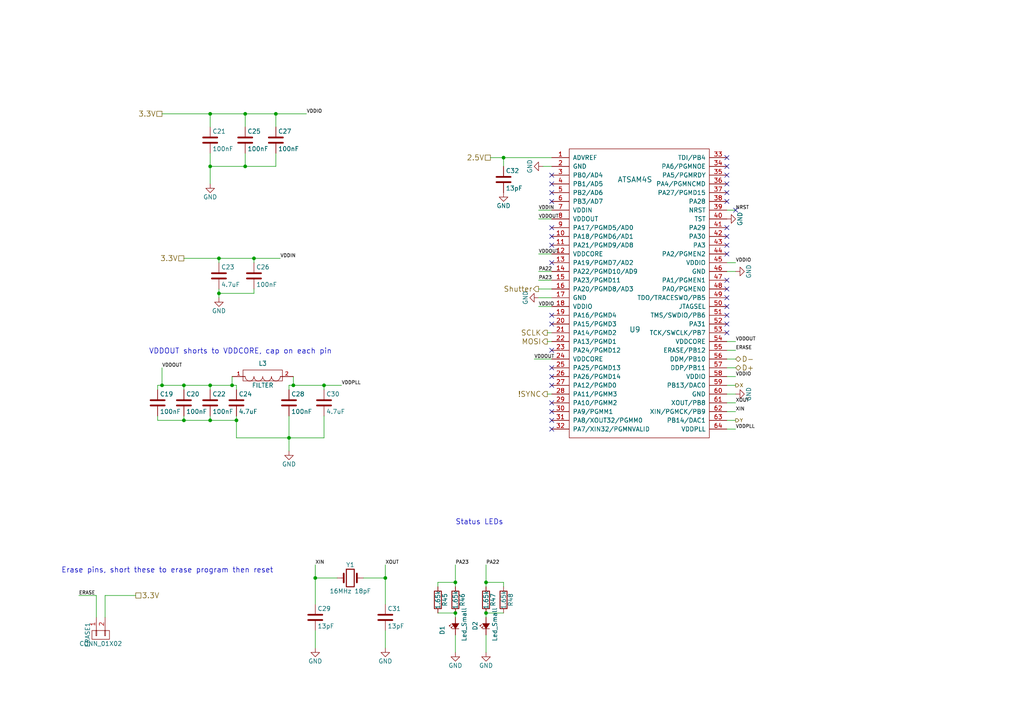
<source format=kicad_sch>
(kicad_sch (version 20231120) (generator "eeschema") (generator_version "8.0")
  (paper "A4")
  (title_block (title "Microcontroller ") (rev "A"))
  (lib_symbols
    (symbol "Helios-rescue:C" (pin_numbers hide) (pin_names (offset 0.254))
      (property "Reference" "C" (at 0.635 2.54 0))
      (property "Value" "C" (at 0.635 -2.54 0))
      (symbol "C_0_1"
        (polyline (pts (xy -2.032 -0.762) (xy 2.032 -0.762)) (stroke (width 0.508)))
        (polyline (pts (xy -2.032 0.762) (xy 2.032 0.762)) (stroke (width 0.508)))
      )
      (symbol "C_1_1"
        (pin passive line (at 0 3.81 270) (length 2.794) (name "~") (number "1"))
        (pin passive line (at 0 -3.81 90) (length 2.794) (name "~") (number "2"))
      )
    )
    (symbol "Helios-rescue:CONN_01X02" (pin_names (offset 1.016) hide)
      (property "Reference" "P" (at 0 3.81 0))
      (property "Value" "CONN_01X02" (at 2.54 0 90))
      (symbol "CONN_01X02_0_1"
        (rectangle (start -1.27 -1.143) (end 0.254 -1.397))
        (rectangle (start -1.27 1.397) (end 0.254 1.143))
        (rectangle (start -1.27 2.54) (end 1.27 -2.54))
      )
      (symbol "CONN_01X02_1_1"
        (pin passive line (at -5.08 1.27 0) (length 3.81) (name "P1") (number "1"))
        (pin passive line (at -5.08 -1.27 0) (length 3.81) (name "P2") (number "2"))
      )
    )
    (symbol "Helios-rescue:Crystal" (pin_numbers hide) (pin_names (offset 1.016) hide)
      (property "Reference" "Y" (at 0 3.81 0))
      (property "Value" "Crystal" (at 0 -3.81 0))
      (symbol "Crystal_0_1"
        (rectangle (start -1.143 2.54) (end 1.143 -2.54) (stroke (width 0.3048)))
        (polyline (pts (xy -2.54 0) (xy -1.905 0)))
        (polyline (pts (xy -1.905 -1.27) (xy -1.905 1.27)) (stroke (width 0.508)))
        (polyline (pts (xy 1.905 -1.27) (xy 1.905 1.27)) (stroke (width 0.508)))
        (polyline (pts (xy 2.54 0) (xy 1.905 0)))
      )
      (symbol "Crystal_1_1"
        (pin passive line (at -3.81 0 0) (length 1.27) (name "1") (number "1"))
        (pin passive line (at 3.81 0 180) (length 1.27) (name "2") (number "2"))
      )
    )
    (symbol "Helios-rescue:FILTER" (pin_names (offset 1.016) hide)
      (property "Reference" "FB" (at 0 3.81 0))
      (property "Value" "FILTER" (at 0 -2.54 0))
      (symbol "FILTER_0_1"
        (rectangle (start -5.715 1.905) (end 5.715 -1.27))
        (arc (start -5.08 0) (mid -3.81 -1.27) (end -2.54 0))
        (arc (start -2.54 0) (mid -1.27 -1.27) (end 0 0))
        (arc (start 0 0) (mid 0 0) (end 0 0))
        (arc (start 0 0) (mid 1.27 -1.27) (end 2.54 0))
        (arc (start 2.54 0) (mid 3.81 -1.27) (end 5.08 0))
      )
      (symbol "FILTER_1_1"
        (pin passive line (at -8.89 0 0) (length 3.81) (name "1") (number "1"))
        (pin passive line (at 8.89 0 180) (length 3.81) (name "2") (number "2"))
      )
    )
    (symbol "Helios-rescue:GND" (power) (pin_names (offset 0))
      (property "Value" "GND" (at 0 -3.81 0))
      (symbol "GND_0_1"
        (polyline (pts (xy 0 0) (xy 0 -1.27) (xy 1.27 -1.27) (xy 0 -2.54) (xy -1.27 -1.27) (xy 0 -1.27)))
      )
      (symbol "GND_1_1"
        (pin power_in line (at 0 0 270) (length 0) hide (name "GND") (number "1"))
      )
    )
    (symbol "Helios-rescue:Led_Small" (pin_numbers hide) (pin_names (offset 0.254) hide)
      (property "Reference" "D" (at -1.27 3.175 0))
      (property "Value" "Led_Small" (at -4.445 -2.54 0))
      (symbol "Led_Small_0_1"
        (polyline (pts (xy -0.762 -1.016) (xy -0.762 1.016)))
        (polyline (pts (xy 0.762 -1.016) (xy -0.762 0) (xy 0.762 1.016) (xy 0.762 -1.016)) (fill (type outline)))
        (polyline (pts (xy 0 0.762) (xy -0.508 1.27) (xy -0.254 1.27) (xy -0.508 1.27) (xy -0.508 1.016)))
        (polyline (pts (xy 0.508 1.27) (xy 0 1.778) (xy 0.254 1.778) (xy 0 1.778) (xy 0 1.524)))
      )
      (symbol "Led_Small_1_1"
        (pin passive line (at -2.54 0 0) (length 1.778) (name "K") (number "1"))
        (pin passive line (at 2.54 0 180) (length 1.778) (name "A") (number "2"))
      )
    )
    (symbol "Helios-rescue:R" (pin_numbers hide) (pin_names (offset 0))
      (property "Reference" "R" (at 2.032 0 90))
      (property "Value" "R" (at 0 0 90))
      (symbol "R_0_1"
        (rectangle (start -1.016 -2.54) (end 1.016 2.54) (stroke (width 0.254)))
      )
      (symbol "R_1_1"
        (pin passive line (at 0 3.81 270) (length 1.27) (name "~") (number "1"))
        (pin passive line (at 0 -3.81 90) (length 1.27) (name "~") (number "2"))
      )
    )
    (symbol "Personal-library:ATSAM4S" (pin_names (offset 1.016))
      (property "Reference" "U" (at 0 -33.3502 0))
      (property "Value" "ATSAM4S" (at 0 10.16 0))
      (symbol "ATSAM4S_0_1"
        (rectangle (start -19.05 19.05) (end 21.59 -64.77))
      )
      (symbol "ATSAM4S_1_1"
        (pin input line (at -24.13 16.51 0) (length 5.08) (name "ADVREF") (number "1"))
        (pin input line (at -24.13 -6.35 0) (length 5.08) (name "PA18/PGMD6/AD1") (number "10"))
        (pin input line (at -24.13 -8.89 0) (length 5.08) (name "PA21/PGMD9/AD8") (number "11"))
        (pin input line (at -24.13 -11.43 0) (length 5.08) (name "VDDCORE") (number "12"))
        (pin input line (at -24.13 -13.97 0) (length 5.08) (name "PA19/PGMD7/AD2") (number "13"))
        (pin input line (at -24.13 -16.51 0) (length 5.08) (name "PA22/PGMD10/AD9") (number "14"))
        (pin input line (at -24.13 -19.05 0) (length 5.08) (name "PA23/PGMD11") (number "15"))
        (pin passive line (at -24.13 -21.59 0) (length 5.08) (name "PA20/PGMD8/AD3") (number "16"))
        (pin input line (at -24.13 -24.13 0) (length 5.08) (name "GND") (number "17"))
        (pin input line (at -24.13 -26.67 0) (length 5.08) (name "VDDIO") (number "18"))
        (pin input line (at -24.13 -29.21 0) (length 5.08) (name "PA16/PGMD4") (number "19"))
        (pin input line (at -24.13 13.97 0) (length 5.08) (name "GND") (number "2"))
        (pin input line (at -24.13 -31.75 0) (length 5.08) (name "PA15/PGMD3") (number "20"))
        (pin passive line (at -24.13 -34.29 0) (length 5.08) (name "PA14/PGMD2") (number "21"))
        (pin passive line (at -24.13 -36.83 0) (length 5.08) (name "PA13/PGMD1") (number "22"))
        (pin input line (at -24.13 -39.37 0) (length 5.08) (name "PA24/PGMD12") (number "23"))
        (pin input line (at -24.13 -41.91 0) (length 5.08) (name "VDDCORE") (number "24"))
        (pin input line (at -24.13 -44.45 0) (length 5.08) (name "PA25/PGMD13") (number "25"))
        (pin passive line (at -24.13 -46.99 0) (length 5.08) (name "PA26/PGMD14") (number "26"))
        (pin passive line (at -24.13 -49.53 0) (length 5.08) (name "PA12/PGMD0") (number "27"))
        (pin passive line (at -24.13 -52.07 0) (length 5.08) (name "PA11/PGMM3") (number "28"))
        (pin input line (at -24.13 -54.61 0) (length 5.08) (name "PA10/PGMM2") (number "29"))
        (pin input line (at -24.13 11.43 0) (length 5.08) (name "PB0/AD4") (number "3"))
        (pin input line (at -24.13 -57.15 0) (length 5.08) (name "PA9/PGMM1") (number "30"))
        (pin input line (at -24.13 -59.69 0) (length 5.08) (name "PA8/XOUT32/PGMM0") (number "31"))
        (pin input line (at -24.13 -62.23 0) (length 5.08) (name "PA7/XIN32/PGMNVALID") (number "32"))
        (pin input line (at 26.67 16.51 180) (length 5.08) (name "TDI/PB4") (number "33"))
        (pin input line (at 26.67 13.97 180) (length 5.08) (name "PA6/PGMNOE") (number "34"))
        (pin input line (at 26.67 11.43 180) (length 5.08) (name "PA5/PGMRDY") (number "35"))
        (pin input line (at 26.67 8.89 180) (length 5.08) (name "PA4/PGMNCMD") (number "36"))
        (pin input line (at 26.67 6.35 180) (length 5.08) (name "PA27/PGMD15") (number "37"))
        (pin input line (at 26.67 3.81 180) (length 5.08) (name "PA28") (number "38"))
        (pin input line (at 26.67 1.27 180) (length 5.08) (name "NRST") (number "39"))
        (pin input line (at -24.13 8.89 0) (length 5.08) (name "PB1/AD5") (number "4"))
        (pin input line (at 26.67 -1.27 180) (length 5.08) (name "TST") (number "40"))
        (pin input line (at 26.67 -3.81 180) (length 5.08) (name "PA29") (number "41"))
        (pin input line (at 26.67 -6.35 180) (length 5.08) (name "PA30") (number "42"))
        (pin input line (at 26.67 -8.89 180) (length 5.08) (name "PA3") (number "43"))
        (pin input line (at 26.67 -11.43 180) (length 5.08) (name "PA2/PGMEN2") (number "44"))
        (pin input line (at 26.67 -13.97 180) (length 5.08) (name "VDDIO") (number "45"))
        (pin input line (at 26.67 -16.51 180) (length 5.08) (name "GND") (number "46"))
        (pin input line (at 26.67 -19.05 180) (length 5.08) (name "PA1/PGMEN1") (number "47"))
        (pin input line (at 26.67 -21.59 180) (length 5.08) (name "PA0/PGMEN0") (number "48"))
        (pin input line (at 26.67 -24.13 180) (length 5.08) (name "TDO/TRACESWO/PB5") (number "49"))
        (pin input line (at -24.13 6.35 0) (length 5.08) (name "PB2/AD6") (number "5"))
        (pin input line (at 26.67 -26.67 180) (length 5.08) (name "JTAGSEL") (number "50"))
        (pin input line (at 26.67 -29.21 180) (length 5.08) (name "TMS/SWDIO/PB6") (number "51"))
        (pin input line (at 26.67 -31.75 180) (length 5.08) (name "PA31") (number "52"))
        (pin input line (at 26.67 -34.29 180) (length 5.08) (name "TCK/SWCLK/PB7") (number "53"))
        (pin input line (at 26.67 -36.83 180) (length 5.08) (name "VDDCORE") (number "54"))
        (pin input line (at 26.67 -39.37 180) (length 5.08) (name "ERASE/PB12") (number "55"))
        (pin input line (at 26.67 -41.91 180) (length 5.08) (name "DDM/PB10") (number "56"))
        (pin input line (at 26.67 -44.45 180) (length 5.08) (name "DDP/PB11") (number "57"))
        (pin input line (at 26.67 -46.99 180) (length 5.08) (name "VDDIO") (number "58"))
        (pin input line (at 26.67 -49.53 180) (length 5.08) (name "PB13/DAC0") (number "59"))
        (pin input line (at -24.13 3.81 0) (length 5.08) (name "PB3/AD7") (number "6"))
        (pin input line (at 26.67 -52.07 180) (length 5.08) (name "GND") (number "60"))
        (pin input line (at 26.67 -54.61 180) (length 5.08) (name "XOUT/PB8") (number "61"))
        (pin input line (at 26.67 -57.15 180) (length 5.08) (name "XIN/PGMCK/PB9") (number "62"))
        (pin input line (at 26.67 -59.69 180) (length 5.08) (name "PB14/DAC1") (number "63"))
        (pin input line (at 26.67 -62.23 180) (length 5.08) (name "VDDPLL") (number "64"))
        (pin input line (at -24.13 1.27 0) (length 5.08) (name "VDDIN") (number "7"))
        (pin input line (at -24.13 -1.27 0) (length 5.08) (name "VDDOUT") (number "8"))
        (pin input line (at -24.13 -3.81 0) (length 5.08) (name "PA17/PGMD5/AD0") (number "9"))
      )
    )
  )
  (junction (at 91.44 167.64))
  (junction (at 85.09 111.76))
  (junction (at 67.31 111.76))
  (junction (at 53.34 111.76))
  (junction (at 46.99 111.76))
  (junction (at 63.5 85.09))
  (junction (at 68.58 121.92))
  (junction (at 140.97 177.8))
  (junction (at 63.5 74.93))
  (junction (at 80.01 33.02))
  (junction (at 93.98 111.76))
  (junction (at 71.12 33.02))
  (junction (at 60.96 121.92))
  (junction (at 71.12 48.26))
  (junction (at 146.05 45.72))
  (junction (at 140.97 168.91))
  (junction (at 60.96 111.76))
  (junction (at 60.96 48.26))
  (junction (at 53.34 121.92))
  (junction (at 73.66 74.93))
  (junction (at 83.82 127))
  (junction (at 132.08 168.91))
  (junction (at 132.08 177.8))
  (junction (at 60.96 33.02))
  (junction (at 111.76 167.64))
  (no_connect (at 210.82 91.44))
  (no_connect (at 160.02 121.92))
  (no_connect (at 210.82 88.9))
  (no_connect (at 210.82 45.72))
  (no_connect (at 160.02 76.2))
  (no_connect (at 210.82 81.28))
  (no_connect (at 160.02 93.98))
  (no_connect (at 160.02 106.68))
  (no_connect (at 160.02 124.46))
  (no_connect (at 160.02 66.04))
  (no_connect (at 210.82 66.04))
  (no_connect (at 210.82 83.82))
  (no_connect (at 160.02 68.58))
  (no_connect (at 160.02 101.6))
  (no_connect (at 210.82 93.98))
  (no_connect (at 160.02 55.88))
  (no_connect (at 160.02 58.42))
  (no_connect (at 210.82 96.52))
  (no_connect (at 160.02 71.12))
  (no_connect (at 160.02 91.44))
  (no_connect (at 160.02 119.38))
  (no_connect (at 210.82 50.8))
  (no_connect (at 210.82 55.88))
  (no_connect (at 160.02 53.34))
  (no_connect (at 210.82 68.58))
  (no_connect (at 210.82 58.42))
  (no_connect (at 210.82 71.12))
  (no_connect (at 160.02 50.8))
  (no_connect (at 210.82 86.36))
  (no_connect (at 210.82 53.34))
  (no_connect (at 210.82 48.26))
  (no_connect (at 160.02 111.76))
  (no_connect (at 213.36 60.96))
  (no_connect (at 210.82 73.66))
  (no_connect (at 160.02 116.84))
  (no_connect (at 160.02 109.22))
  (wire (pts (xy 30.48 172.72) (xy 30.48 179.07)))
  (wire (pts (xy 67.31 111.76) (xy 67.31 109.22)))
  (wire (pts (xy 140.97 168.91) (xy 140.97 170.18)))
  (wire (pts (xy 63.5 85.09) (xy 73.66 85.09)))
  (wire (pts (xy 91.44 187.96) (xy 91.44 182.88)))
  (wire (pts (xy 140.97 177.8) (xy 146.05 177.8)))
  (wire (pts (xy 60.96 113.03) (xy 60.96 111.76)))
  (wire (pts (xy 132.08 163.83) (xy 132.08 168.91)))
  (wire (pts (xy 63.5 83.82) (xy 63.5 85.09)))
  (wire (pts (xy 156.21 63.5) (xy 160.02 63.5)))
  (wire (pts (xy 46.99 106.68) (xy 46.99 111.76)))
  (wire (pts (xy 63.5 76.2) (xy 63.5 74.93)))
  (wire (pts (xy 46.99 33.02) (xy 60.96 33.02)))
  (wire (pts (xy 91.44 167.64) (xy 91.44 175.26)))
  (wire (pts (xy 83.82 120.65) (xy 83.82 127)))
  (wire (pts (xy 213.36 101.6) (xy 210.82 101.6)))
  (wire (pts (xy 80.01 36.83) (xy 80.01 33.02)))
  (wire (pts (xy 22.86 172.72) (xy 27.94 172.72)))
  (wire (pts (xy 154.94 104.14) (xy 160.02 104.14)))
  (wire (pts (xy 132.08 177.8) (xy 132.08 179.07)))
  (wire (pts (xy 46.99 111.76) (xy 53.34 111.76)))
  (wire (pts (xy 142.24 45.72) (xy 146.05 45.72)))
  (wire (pts (xy 127 177.8) (xy 132.08 177.8)))
  (wire (pts (xy 53.34 120.65) (xy 53.34 121.92)))
  (wire (pts (xy 39.37 172.72) (xy 30.48 172.72)))
  (wire (pts (xy 156.21 73.66) (xy 160.02 73.66)))
  (wire (pts (xy 60.96 120.65) (xy 60.96 121.92)))
  (wire (pts (xy 160.02 78.74) (xy 156.21 78.74)))
  (wire (pts (xy 140.97 163.83) (xy 140.97 168.91)))
  (wire (pts (xy 93.98 111.76) (xy 93.98 113.03)))
  (wire (pts (xy 146.05 48.26) (xy 146.05 45.72)))
  (wire (pts (xy 140.97 184.15) (xy 140.97 189.23)))
  (wire (pts (xy 158.75 96.52) (xy 160.02 96.52)))
  (wire (pts (xy 71.12 33.02) (xy 80.01 33.02)))
  (wire (pts (xy 53.34 74.93) (xy 63.5 74.93)))
  (wire (pts (xy 93.98 127) (xy 93.98 120.65)))
  (wire (pts (xy 146.05 168.91) (xy 140.97 168.91)))
  (wire (pts (xy 111.76 187.96) (xy 111.76 182.88)))
  (wire (pts (xy 132.08 184.15) (xy 132.08 189.23)))
  (wire (pts (xy 111.76 163.83) (xy 111.76 167.64)))
  (wire (pts (xy 45.72 111.76) (xy 46.99 111.76)))
  (wire (pts (xy 210.82 104.14) (xy 213.36 104.14)))
  (wire (pts (xy 210.82 111.76) (xy 213.36 111.76)))
  (wire (pts (xy 85.09 109.22) (xy 85.09 111.76)))
  (wire (pts (xy 111.76 167.64) (xy 111.76 175.26)))
  (wire (pts (xy 67.31 111.76) (xy 68.58 111.76)))
  (wire (pts (xy 60.96 48.26) (xy 71.12 48.26)))
  (wire (pts (xy 213.36 78.74) (xy 210.82 78.74)))
  (wire (pts (xy 213.36 99.06) (xy 210.82 99.06)))
  (wire (pts (xy 93.98 111.76) (xy 99.06 111.76)))
  (wire (pts (xy 160.02 83.82) (xy 156.21 83.82)))
  (wire (pts (xy 27.94 172.72) (xy 27.94 179.07)))
  (wire (pts (xy 140.97 177.8) (xy 140.97 179.07)))
  (wire (pts (xy 68.58 121.92) (xy 68.58 127)))
  (wire (pts (xy 53.34 111.76) (xy 60.96 111.76)))
  (wire (pts (xy 80.01 33.02) (xy 88.9 33.02)))
  (wire (pts (xy 91.44 163.83) (xy 91.44 167.64)))
  (wire (pts (xy 83.82 111.76) (xy 83.82 113.03)))
  (wire (pts (xy 213.36 121.92) (xy 210.82 121.92)))
  (wire (pts (xy 45.72 120.65) (xy 45.72 121.92)))
  (wire (pts (xy 160.02 81.28) (xy 156.21 81.28)))
  (wire (pts (xy 83.82 111.76) (xy 85.09 111.76)))
  (wire (pts (xy 60.96 36.83) (xy 60.96 33.02)))
  (wire (pts (xy 73.66 85.09) (xy 73.66 83.82)))
  (wire (pts (xy 156.21 86.36) (xy 160.02 86.36)))
  (wire (pts (xy 213.36 76.2) (xy 210.82 76.2)))
  (wire (pts (xy 83.82 127) (xy 83.82 130.81)))
  (wire (pts (xy 60.96 33.02) (xy 71.12 33.02)))
  (wire (pts (xy 91.44 167.64) (xy 97.79 167.64)))
  (wire (pts (xy 83.82 127) (xy 93.98 127)))
  (wire (pts (xy 71.12 48.26) (xy 80.01 48.26)))
  (wire (pts (xy 146.05 170.18) (xy 146.05 168.91)))
  (wire (pts (xy 213.36 124.46) (xy 210.82 124.46)))
  (wire (pts (xy 213.36 119.38) (xy 210.82 119.38)))
  (wire (pts (xy 127 168.91) (xy 132.08 168.91)))
  (wire (pts (xy 71.12 48.26) (xy 71.12 44.45)))
  (wire (pts (xy 105.41 167.64) (xy 111.76 167.64)))
  (wire (pts (xy 127 170.18) (xy 127 168.91)))
  (wire (pts (xy 146.05 45.72) (xy 160.02 45.72)))
  (wire (pts (xy 210.82 60.96) (xy 213.36 60.96)))
  (wire (pts (xy 60.96 44.45) (xy 60.96 48.26)))
  (wire (pts (xy 45.72 111.76) (xy 45.72 113.03)))
  (wire (pts (xy 60.96 48.26) (xy 60.96 53.34)))
  (wire (pts (xy 60.96 111.76) (xy 67.31 111.76)))
  (wire (pts (xy 45.72 121.92) (xy 53.34 121.92)))
  (wire (pts (xy 68.58 120.65) (xy 68.58 121.92)))
  (wire (pts (xy 213.36 109.22) (xy 210.82 109.22)))
  (wire (pts (xy 160.02 99.06) (xy 158.75 99.06)))
  (wire (pts (xy 68.58 127) (xy 83.82 127)))
  (wire (pts (xy 132.08 168.91) (xy 132.08 170.18)))
  (wire (pts (xy 63.5 85.09) (xy 63.5 86.36)))
  (wire (pts (xy 213.36 116.84) (xy 210.82 116.84)))
  (wire (pts (xy 53.34 121.92) (xy 60.96 121.92)))
  (wire (pts (xy 156.21 88.9) (xy 160.02 88.9)))
  (wire (pts (xy 213.36 114.3) (xy 210.82 114.3)))
  (wire (pts (xy 53.34 113.03) (xy 53.34 111.76)))
  (wire (pts (xy 157.48 48.26) (xy 160.02 48.26)))
  (wire (pts (xy 158.75 114.3) (xy 160.02 114.3)))
  (wire (pts (xy 156.21 60.96) (xy 160.02 60.96)))
  (wire (pts (xy 63.5 74.93) (xy 73.66 74.93)))
  (wire (pts (xy 85.09 111.76) (xy 93.98 111.76)))
  (wire (pts (xy 73.66 74.93) (xy 81.28 74.93)))
  (wire (pts (xy 80.01 48.26) (xy 80.01 44.45)))
  (wire (pts (xy 68.58 111.76) (xy 68.58 113.03)))
  (wire (pts (xy 73.66 76.2) (xy 73.66 74.93)))
  (wire (pts (xy 213.36 106.68) (xy 210.82 106.68)))
  (wire (pts (xy 71.12 33.02) (xy 71.12 36.83)))
  (wire (pts (xy 60.96 121.92) (xy 68.58 121.92)))
  (text "Erase pins, short these to erase program then reset" (at 17.78 166.37 0) (effects (font (size 1.524 1.524)) (justify left bottom)))
  (text "VDDOUT shorts to VDDCORE, cap on each pin" (at 43.18 102.87 0) (effects (font (size 1.524 1.524)) (justify left bottom)))
  (text "Status LEDs\n" (at 132.08 152.4 0) (effects (font (size 1.524 1.524)) (justify left bottom)))
  (label "PA23" (at 132.08 163.83 0) (effects (font (size 0.9906 0.9906))))
  (label "PA22" (at 156.21 78.74 0) (effects (font (size 0.9906 0.9906))))
  (label "VDDIO" (at 88.9 33.02 0) (effects (font (size 0.9906 0.9906))))
  (label "VDDOUT" (at 156.21 63.5 0) (effects (font (size 0.9906 0.9906))))
  (label "VDDPLL" (at 213.36 124.46 0) (effects (font (size 0.9906 0.9906))))
  (label "PA23" (at 156.21 81.28 0) (effects (font (size 0.9906 0.9906))))
  (label "VDDIO" (at 213.36 109.22 0) (effects (font (size 0.9906 0.9906))))
  (label "XOUT" (at 111.76 163.83 0) (effects (font (size 0.9906 0.9906))))
  (label "VDDIO" (at 156.21 88.9 0) (effects (font (size 0.9906 0.9906))))
  (label "ERASE" (at 22.86 172.72 0) (effects (font (size 0.9906 0.9906))))
  (label "NRST" (at 213.36 60.96 0) (effects (font (size 0.9906 0.9906))))
  (label "ERASE" (at 213.36 101.6 0) (effects (font (size 0.9906 0.9906))))
  (label "VDDIN" (at 81.28 74.93 0) (effects (font (size 0.9906 0.9906))))
  (label "VDDOUT" (at 154.94 104.14 0) (effects (font (size 0.9906 0.9906))))
  (label "XIN" (at 91.44 163.83 0) (effects (font (size 0.9906 0.9906))))
  (label "XIN" (at 213.36 119.38 0) (effects (font (size 0.9906 0.9906))))
  (label "VDDOUT" (at 46.99 106.68 0) (effects (font (size 0.9906 0.9906))))
  (label "VDDOUT" (at 156.21 73.66 0) (effects (font (size 0.9906 0.9906))))
  (label "VDDPLL" (at 99.06 111.76 0) (effects (font (size 0.9906 0.9906))))
  (label "VDDOUT" (at 213.36 99.06 0) (effects (font (size 0.9906 0.9906))))
  (label "VDDIO" (at 213.36 76.2 0) (effects (font (size 0.9906 0.9906))))
  (label "VDDIN" (at 156.21 60.96 0) (effects (font (size 0.9906 0.9906))))
  (label "XOUT" (at 213.36 116.84 0) (effects (font (size 0.9906 0.9906))))
  (label "PA22" (at 140.97 163.83 0) (effects (font (size 0.9906 0.9906))))
  (hierarchical_label "2.5V" (shape passive) (at 142.24 45.72 180) (effects (font (size 1.524 1.524))))
  (hierarchical_label "Shutter" (shape output) (at 156.21 83.82 180) (effects (font (size 1.524 1.524))))
  (hierarchical_label "3.3V" (shape passive) (at 53.34 74.93 180) (effects (font (size 1.524 1.524))))
  (hierarchical_label "MOSI" (shape output) (at 158.75 99.06 180) (effects (font (size 1.524 1.524))))
  (hierarchical_label "!SYNC" (shape output) (at 158.75 114.3 180) (effects (font (size 1.524 1.524))))
  (hierarchical_label "3.3V" (shape passive) (at 46.99 33.02 180) (effects (font (size 1.524 1.524))))
  (hierarchical_label "X" (shape output) (at 213.36 111.76 0) (effects (font (size 0.9906 0.9906))))
  (hierarchical_label "3.3V" (shape passive) (at 39.37 172.72 0) (effects (font (size 1.524 1.524))))
  (hierarchical_label "Y" (shape output) (at 213.36 121.92 0) (effects (font (size 0.9906 0.9906))))
  (hierarchical_label "D+" (shape bidirectional) (at 213.36 106.68 0) (effects (font (size 1.524 1.524))))
  (hierarchical_label "D-" (shape bidirectional) (at 213.36 104.14 0) (effects (font (size 1.524 1.524))))
  (hierarchical_label "SCLK" (shape output) (at 158.75 96.52 180) (effects (font (size 1.524 1.524))))
  (symbol (lib_id "Personal-library:ATSAM4S") (at 184.15 62.23 0) (unit 1)
    (property "Reference" "U9" (at 184.15 95.5802 0) (effects (font (size 1.524 1.524))))
    (property "Value" "ATSAM4S" (at 184.15 52.07 0) (effects (font (size 1.524 1.524))))
    (property "Footprint" "personal:LQFP-64_10x10mm_Pitch0.5mm" (effects (hide yes)))
  )
  (symbol (lib_id "Helios-rescue:C") (at 60.96 40.64 0) (unit 1)
    (property "Reference" "C21" (at 61.595 38.1 0) (effects (justify left)))
    (property "Value" "100nF" (at 61.595 43.18 0) (effects (justify left)))
    (property "Footprint" "Capacitors_SMD:C_0402" (effects (hide yes)))
  )
  (symbol (lib_id "Helios-rescue:GND") (at 60.96 53.34 0) (unit 1)
    (property "Reference" "#PWR033" (effects (hide yes)))
    (property "Value" "GND" (at 60.96 57.15 0))
  )
  (symbol (lib_id "Helios-rescue:GND") (at 63.5 86.36 0) (unit 1)
    (property "Reference" "#PWR034" (effects (hide yes)))
    (property "Value" "GND" (at 63.5 90.17 0))
  )
  (symbol (lib_id "Helios-rescue:C") (at 68.58 116.84 0) (unit 1)
    (property "Reference" "C24" (at 69.215 114.3 0) (effects (justify left)))
    (property "Value" "4.7uF" (at 69.215 119.38 0) (effects (justify left)))
    (property "Footprint" "Capacitors_SMD:c_elec_4x5.3" (effects (hide yes)))
  )
  (symbol (lib_id "Helios-rescue:GND") (at 83.82 130.81 0) (unit 1)
    (property "Reference" "#PWR035" (effects (hide yes)))
    (property "Value" "GND" (at 83.82 134.62 0))
  )
  (symbol (lib_id "Helios-rescue:C") (at 91.44 179.07 0) (unit 1)
    (property "Reference" "C29" (at 92.075 176.53 0) (effects (justify left)))
    (property "Value" "13pF" (at 92.075 181.61 0) (effects (justify left)))
    (property "Footprint" "Capacitors_SMD:C_0402" (effects (hide yes)))
  )
  (symbol (lib_id "Helios-rescue:C") (at 111.76 179.07 0) (unit 1)
    (property "Reference" "C31" (at 112.395 176.53 0) (effects (justify left)))
    (property "Value" "13pF" (at 112.395 181.61 0) (effects (justify left)))
    (property "Footprint" "Capacitors_SMD:C_0402" (effects (hide yes)))
  )
  (symbol (lib_id "Helios-rescue:GND") (at 91.44 187.96 0) (unit 1)
    (property "Reference" "#PWR036" (effects (hide yes)))
    (property "Value" "GND" (at 91.44 191.77 0))
  )
  (symbol (lib_id "Helios-rescue:GND") (at 111.76 187.96 0) (unit 1)
    (property "Reference" "#PWR037" (effects (hide yes)))
    (property "Value" "GND" (at 111.76 191.77 0))
  )
  (symbol (lib_id "Helios-rescue:Led_Small") (at 132.08 181.61 90) (unit 1)
    (property "Reference" "D1" (at 128.27 184.15 0) (effects (justify left)))
    (property "Value" "Led_Small" (at 134.62 186.055 0) (effects (justify left)))
    (property "Footprint" "LEDs:LED_0603" (effects (hide yes)))
  )
  (symbol (lib_id "Helios-rescue:Led_Small") (at 140.97 181.61 90) (unit 1)
    (property "Reference" "D2" (at 137.795 182.88 0) (effects (justify left)))
    (property "Value" "Led_Small" (at 143.51 186.055 0) (effects (justify left)))
    (property "Footprint" "LEDs:LED_0603" (effects (hide yes)))
  )
  (symbol (lib_id "Helios-rescue:GND") (at 132.08 189.23 0) (unit 1)
    (property "Reference" "#PWR038" (effects (hide yes)))
    (property "Value" "GND" (at 132.08 193.04 0))
  )
  (symbol (lib_id "Helios-rescue:GND") (at 140.97 189.23 0) (unit 1)
    (property "Reference" "#PWR039" (effects (hide yes)))
    (property "Value" "GND" (at 140.97 193.04 0))
  )
  (symbol (lib_id "Helios-rescue:R") (at 140.97 173.99 0) (unit 1)
    (property "Reference" "R47" (at 143.002 173.99 90))
    (property "Value" "1.65k" (at 140.97 173.99 90))
    (property "Footprint" "Resistors_SMD:R_0603" (effects (hide yes)))
  )
  (symbol (lib_id "Helios-rescue:R") (at 132.08 173.99 0) (unit 1)
    (property "Reference" "R46" (at 134.112 173.99 90))
    (property "Value" "1.65k" (at 132.08 173.99 90))
    (property "Footprint" "Resistors_SMD:R_0603" (effects (hide yes)))
  )
  (symbol (lib_id "Helios-rescue:GND") (at 156.21 86.36 270) (unit 1)
    (property "Reference" "#PWR040" (effects (hide yes)))
    (property "Value" "GND" (at 152.4 86.36 0))
  )
  (symbol (lib_id "Helios-rescue:GND") (at 213.36 114.3 90) (unit 1)
    (property "Reference" "#PWR041" (effects (hide yes)))
    (property "Value" "GND" (at 217.17 114.3 0))
  )
  (symbol (lib_id "Helios-rescue:GND") (at 213.36 78.74 90) (unit 1)
    (property "Reference" "#PWR042" (effects (hide yes)))
    (property "Value" "GND" (at 217.17 78.74 0))
  )
  (symbol (lib_id "Helios-rescue:GND") (at 157.48 48.26 270) (unit 1)
    (property "Reference" "#PWR043" (effects (hide yes)))
    (property "Value" "GND" (at 153.67 48.26 0))
  )
  (symbol (lib_id "Helios-rescue:C") (at 93.98 116.84 0) (unit 1)
    (property "Reference" "C30" (at 94.615 114.3 0) (effects (justify left)))
    (property "Value" "4.7uF" (at 94.615 119.38 0) (effects (justify left)))
    (property "Footprint" "Capacitors_SMD:c_elec_4x5.3" (effects (hide yes)))
  )
  (symbol (lib_id "Helios-rescue:C") (at 63.5 80.01 0) (unit 1)
    (property "Reference" "C23" (at 64.135 77.47 0) (effects (justify left)))
    (property "Value" "4.7uF" (at 64.135 82.55 0) (effects (justify left)))
    (property "Footprint" "Capacitors_SMD:c_elec_4x5.3" (effects (hide yes)))
  )
  (symbol (lib_id "Helios-rescue:C") (at 71.12 40.64 0) (unit 1)
    (property "Reference" "C25" (at 71.755 38.1 0) (effects (justify left)))
    (property "Value" "100nF" (at 71.755 43.18 0) (effects (justify left)))
    (property "Footprint" "Capacitors_SMD:C_0402" (effects (hide yes)))
  )
  (symbol (lib_id "Helios-rescue:C") (at 80.01 40.64 0) (unit 1)
    (property "Reference" "C27" (at 80.645 38.1 0) (effects (justify left)))
    (property "Value" "100nF" (at 80.645 43.18 0) (effects (justify left)))
    (property "Footprint" "Capacitors_SMD:C_0402" (effects (hide yes)))
  )
  (symbol (lib_id "Helios-rescue:C") (at 73.66 80.01 0) (unit 1)
    (property "Reference" "C26" (at 74.295 77.47 0) (effects (justify left)))
    (property "Value" "100nF" (at 74.295 82.55 0) (effects (justify left)))
    (property "Footprint" "Capacitors_SMD:C_0402" (effects (hide yes)))
  )
  (symbol (lib_id "Helios-rescue:C") (at 83.82 116.84 0) (unit 1)
    (property "Reference" "C28" (at 84.455 114.3 0) (effects (justify left)))
    (property "Value" "100nF" (at 84.455 119.38 0) (effects (justify left)))
    (property "Footprint" "Capacitors_SMD:C_0402" (effects (hide yes)))
  )
  (symbol (lib_id "Helios-rescue:C") (at 60.96 116.84 0) (unit 1)
    (property "Reference" "C22" (at 61.595 114.3 0) (effects (justify left)))
    (property "Value" "100nF" (at 61.595 119.38 0) (effects (justify left)))
    (property "Footprint" "Capacitors_SMD:C_0402" (effects (hide yes)))
  )
  (symbol (lib_id "Helios-rescue:C") (at 53.34 116.84 0) (unit 1)
    (property "Reference" "C20" (at 53.975 114.3 0) (effects (justify left)))
    (property "Value" "100nF" (at 53.975 119.38 0) (effects (justify left)))
    (property "Footprint" "Capacitors_SMD:C_0402" (effects (hide yes)))
  )
  (symbol (lib_id "Helios-rescue:C") (at 45.72 116.84 0) (unit 1)
    (property "Reference" "C19" (at 46.355 114.3 0) (effects (justify left)))
    (property "Value" "100nF" (at 46.355 119.38 0) (effects (justify left)))
    (property "Footprint" "Capacitors_SMD:C_0402" (effects (hide yes)))
  )
  (symbol (lib_id "Helios-rescue:Crystal") (at 101.6 167.64 0) (unit 1)
    (property "Reference" "Y1" (at 101.6 163.83 0))
    (property "Value" "16MHz 18pF" (at 101.6 171.45 0))
    (property "Footprint" "Crystals:Crystal_HC49-SD_SMD" (effects (hide yes)))
    (property "Part" "ABLS-16.000MHZ-D-4-T" (effects (hide yes)))
  )
  (symbol (lib_id "Helios-rescue:GND") (at 210.82 63.5 90) (unit 1)
    (property "Reference" "#PWR044" (effects (hide yes)))
    (property "Value" "GND" (at 214.63 63.5 0))
  )
  (symbol (lib_id "Helios-rescue:C") (at 146.05 52.07 0) (unit 1)
    (property "Reference" "C32" (at 146.685 49.53 0) (effects (justify left)))
    (property "Value" "13pF" (at 146.685 54.61 0) (effects (justify left)))
    (property "Footprint" "Capacitors_SMD:C_0402" (effects (hide yes)))
  )
  (symbol (lib_id "Helios-rescue:GND") (at 146.05 55.88 0) (unit 1)
    (property "Reference" "#PWR045" (effects (hide yes)))
    (property "Value" "GND" (at 146.05 59.69 0))
  )
  (symbol (lib_id "Helios-rescue:R") (at 127 173.99 0) (unit 1)
    (property "Reference" "R45" (at 129.032 173.99 90))
    (property "Value" "1.65k" (at 127 173.99 90))
    (property "Footprint" "Resistors_SMD:R_0603" (effects (hide yes)))
  )
  (symbol (lib_id "Helios-rescue:R") (at 146.05 173.99 0) (unit 1)
    (property "Reference" "R48" (at 148.082 173.99 90))
    (property "Value" "1.65k" (at 146.05 173.99 90))
    (property "Footprint" "Resistors_SMD:R_0603" (effects (hide yes)))
  )
  (symbol (lib_id "Helios-rescue:FILTER") (at 76.2 109.22 0) (unit 1)
    (property "Reference" "L3" (at 76.2 105.41 0))
    (property "Value" "FILTER" (at 76.2 111.76 0))
    (property "Footprint" "Resistors_SMD:R_0603" (effects (hide yes)))
  )
  (symbol (lib_id "Helios-rescue:CONN_01X02") (at 29.21 184.15 90) (mirror x) (unit 1)
    (property "Reference" "ERASE1" (at 25.4 184.15 0))
    (property "Value" "CONN_01X02" (at 29.21 186.69 90))
    (property "Footprint" "Connect:PINHEAD1-2" (effects (hide yes)))
  )
)
</source>
